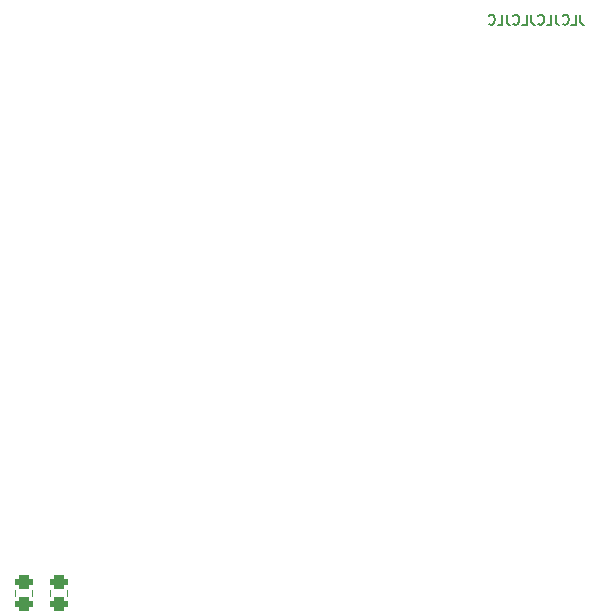
<source format=gbo>
G04 #@! TF.GenerationSoftware,KiCad,Pcbnew,(6.0.9)*
G04 #@! TF.CreationDate,2022-11-13T14:03:05+01:00*
G04 #@! TF.ProjectId,arisu,61726973-752e-46b6-9963-61645f706362,1.1*
G04 #@! TF.SameCoordinates,Original*
G04 #@! TF.FileFunction,Legend,Bot*
G04 #@! TF.FilePolarity,Positive*
%FSLAX46Y46*%
G04 Gerber Fmt 4.6, Leading zero omitted, Abs format (unit mm)*
G04 Created by KiCad (PCBNEW (6.0.9)) date 2022-11-13 14:03:05*
%MOMM*%
%LPD*%
G01*
G04 APERTURE LIST*
G04 Aperture macros list*
%AMRoundRect*
0 Rectangle with rounded corners*
0 $1 Rounding radius*
0 $2 $3 $4 $5 $6 $7 $8 $9 X,Y pos of 4 corners*
0 Add a 4 corners polygon primitive as box body*
4,1,4,$2,$3,$4,$5,$6,$7,$8,$9,$2,$3,0*
0 Add four circle primitives for the rounded corners*
1,1,$1+$1,$2,$3*
1,1,$1+$1,$4,$5*
1,1,$1+$1,$6,$7*
1,1,$1+$1,$8,$9*
0 Add four rect primitives between the rounded corners*
20,1,$1+$1,$2,$3,$4,$5,0*
20,1,$1+$1,$4,$5,$6,$7,0*
20,1,$1+$1,$6,$7,$8,$9,0*
20,1,$1+$1,$8,$9,$2,$3,0*%
G04 Aperture macros list end*
%ADD10C,0.160000*%
%ADD11C,0.120000*%
%ADD12C,0.150000*%
%ADD13RoundRect,0.301000X0.450000X-0.262500X0.450000X0.262500X-0.450000X0.262500X-0.450000X-0.262500X0*%
%ADD14RoundRect,0.051000X-0.500000X1.000000X-0.500000X-1.000000X0.500000X-1.000000X0.500000X1.000000X0*%
G04 APERTURE END LIST*
D10*
X68441428Y-239156428D02*
X68441428Y-239735000D01*
X68480000Y-239850714D01*
X68557142Y-239927857D01*
X68672857Y-239966428D01*
X68750000Y-239966428D01*
X67670000Y-239966428D02*
X68055714Y-239966428D01*
X68055714Y-239156428D01*
X66937142Y-239889285D02*
X66975714Y-239927857D01*
X67091428Y-239966428D01*
X67168571Y-239966428D01*
X67284285Y-239927857D01*
X67361428Y-239850714D01*
X67400000Y-239773571D01*
X67438571Y-239619285D01*
X67438571Y-239503571D01*
X67400000Y-239349285D01*
X67361428Y-239272142D01*
X67284285Y-239195000D01*
X67168571Y-239156428D01*
X67091428Y-239156428D01*
X66975714Y-239195000D01*
X66937142Y-239233571D01*
X66358571Y-239156428D02*
X66358571Y-239735000D01*
X66397142Y-239850714D01*
X66474285Y-239927857D01*
X66590000Y-239966428D01*
X66667142Y-239966428D01*
X65587142Y-239966428D02*
X65972857Y-239966428D01*
X65972857Y-239156428D01*
X64854285Y-239889285D02*
X64892857Y-239927857D01*
X65008571Y-239966428D01*
X65085714Y-239966428D01*
X65201428Y-239927857D01*
X65278571Y-239850714D01*
X65317142Y-239773571D01*
X65355714Y-239619285D01*
X65355714Y-239503571D01*
X65317142Y-239349285D01*
X65278571Y-239272142D01*
X65201428Y-239195000D01*
X65085714Y-239156428D01*
X65008571Y-239156428D01*
X64892857Y-239195000D01*
X64854285Y-239233571D01*
X64275714Y-239156428D02*
X64275714Y-239735000D01*
X64314285Y-239850714D01*
X64391428Y-239927857D01*
X64507142Y-239966428D01*
X64584285Y-239966428D01*
X63504285Y-239966428D02*
X63890000Y-239966428D01*
X63890000Y-239156428D01*
X62771428Y-239889285D02*
X62810000Y-239927857D01*
X62925714Y-239966428D01*
X63002857Y-239966428D01*
X63118571Y-239927857D01*
X63195714Y-239850714D01*
X63234285Y-239773571D01*
X63272857Y-239619285D01*
X63272857Y-239503571D01*
X63234285Y-239349285D01*
X63195714Y-239272142D01*
X63118571Y-239195000D01*
X63002857Y-239156428D01*
X62925714Y-239156428D01*
X62810000Y-239195000D01*
X62771428Y-239233571D01*
X62192857Y-239156428D02*
X62192857Y-239735000D01*
X62231428Y-239850714D01*
X62308571Y-239927857D01*
X62424285Y-239966428D01*
X62501428Y-239966428D01*
X61421428Y-239966428D02*
X61807142Y-239966428D01*
X61807142Y-239156428D01*
X60688571Y-239889285D02*
X60727142Y-239927857D01*
X60842857Y-239966428D01*
X60920000Y-239966428D01*
X61035714Y-239927857D01*
X61112857Y-239850714D01*
X61151428Y-239773571D01*
X61190000Y-239619285D01*
X61190000Y-239503571D01*
X61151428Y-239349285D01*
X61112857Y-239272142D01*
X61035714Y-239195000D01*
X60920000Y-239156428D01*
X60842857Y-239156428D01*
X60727142Y-239195000D01*
X60688571Y-239233571D01*
D11*
X23515000Y-288327064D02*
X23515000Y-287872936D01*
X24985000Y-288327064D02*
X24985000Y-287872936D01*
X20565000Y-288327064D02*
X20565000Y-287872936D01*
X22035000Y-288327064D02*
X22035000Y-287872936D01*
%LPC*%
D12*
X49500000Y-223000000D02*
X60500000Y-223000000D01*
X60500000Y-223000000D02*
X60500000Y-213500000D01*
X60500000Y-213500000D02*
X49500000Y-213500000D01*
X49500000Y-213500000D02*
X49500000Y-223000000D01*
G36*
X49500000Y-223000000D02*
G01*
X60500000Y-223000000D01*
X60500000Y-213500000D01*
X49500000Y-213500000D01*
X49500000Y-223000000D01*
G37*
D13*
X24250000Y-289012500D03*
X24250000Y-287187500D03*
D14*
X60000000Y-314000000D03*
X61270000Y-314000000D03*
X62540000Y-314000000D03*
D13*
X21300000Y-289012500D03*
X21300000Y-287187500D03*
M02*

</source>
